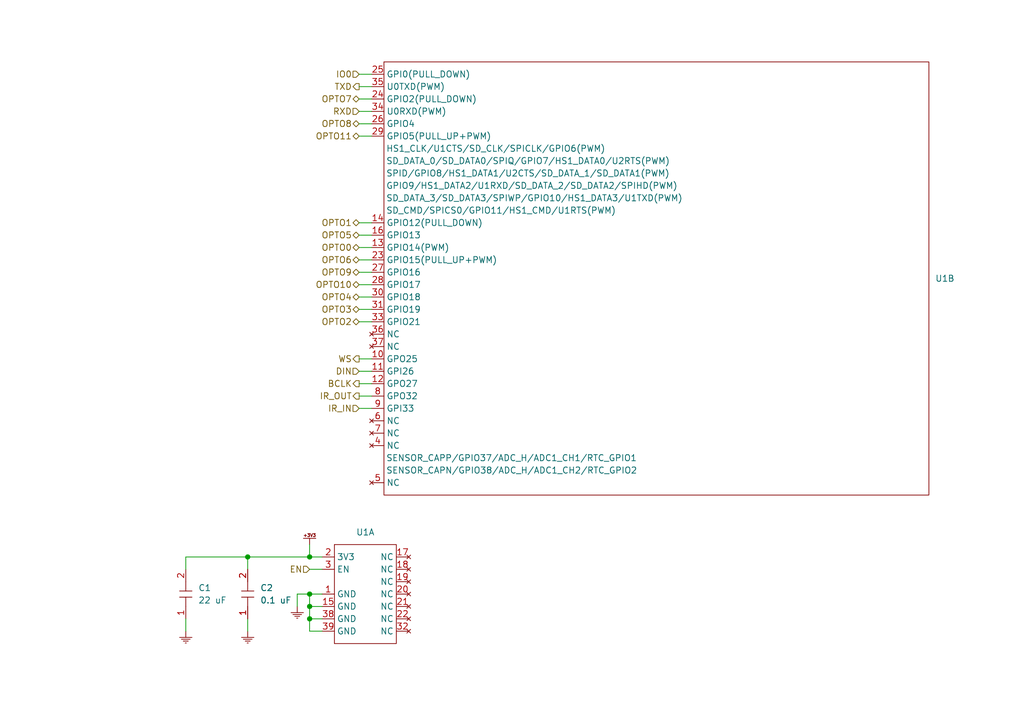
<source format=kicad_sch>
(kicad_sch (version 20230121) (generator eeschema)
  (paper "A5")
  (lib_symbols
    (symbol "zandmd:+3V3" (power) (pin_names (offset 0))
      (symbol "+3V3_0_1"
        (polyline (pts (xy -1.27 1.27) (xy 1.27 1.27)))
        (polyline (pts (xy 0 0) (xy 0 1.27)))
      )
      (symbol "+3V3_1_1"
        (text "+3V3" (at 0 1.905 0) (effects (font (size 0.635 0.635))))
        (pin power_in line (at 0 0 90) (length 0) hide (name "+3V3") (number "1"))
      )
    )
    (symbol "zandmd:CAPACITOR" (pin_names (offset 0))
      (property "Reference" "C" (at 0 0 0))
      (property "Value" "C" (at 0 0 0))
      (symbol "CAPACITOR_0_1"
        (polyline (pts (xy 2.54 0) (xy 4.445 0)))
        (polyline (pts (xy 4.445 1.27) (xy 4.445 -1.27)))
        (polyline (pts (xy 5.715 1.27) (xy 5.715 -1.27)))
        (polyline (pts (xy 7.62 0) (xy 5.715 0)))
      )
      (symbol "CAPACITOR_1_1"
        (pin passive line (at 0 0 0) (length 2.54) (name "") (number "1"))
        (pin passive line (at 10.16 0 180) (length 2.54) (name "") (number "2"))
      )
    )
    (symbol "zandmd:ESP32-WROOM-32E-N4"
      (property "Reference" "U" (at 0 0 0))
      (symbol "ESP32-WROOM-32E-N4_1_1"
        (rectangle (start 2.54 20.32) (end 15.24 0))
        (pin passive line (at 0 10.16 0) (length 2.54) (name "GND") (number "1"))
        (pin passive line (at 0 7.62 0) (length 2.54) (name "GND") (number "15"))
        (pin no_connect line (at 17.78 17.78 180) (length 2.54) (name "NC") (number "17"))
        (pin no_connect line (at 17.78 15.24 180) (length 2.54) (name "NC") (number "18"))
        (pin no_connect line (at 17.78 12.7 180) (length 2.54) (name "NC") (number "19"))
        (pin power_in line (at 0 17.78 0) (length 2.54) (name "3V3") (number "2"))
        (pin no_connect line (at 17.78 10.16 180) (length 2.54) (name "NC") (number "20"))
        (pin no_connect line (at 17.78 7.62 180) (length 2.54) (name "NC") (number "21"))
        (pin no_connect line (at 17.78 5.08 180) (length 2.54) (name "NC") (number "22"))
        (pin input line (at 0 15.24 0) (length 2.54) (name "EN") (number "3"))
        (pin no_connect line (at 17.78 2.54 180) (length 2.54) (name "NC") (number "32"))
        (pin passive line (at 0 5.08 0) (length 2.54) (name "GND") (number "38"))
        (pin passive line (at 0 2.54 0) (length 2.54) (name "GND") (number "39"))
      )
      (symbol "ESP32-WROOM-32E-N4_2_1"
        (rectangle (start 2.54 88.9) (end 114.3 0))
        (text "GPIO9/HS1_DATA2/U1RXD/SD_DATA_2/SD_DATA2/SPIHD(PWM)" (at 2.9718 63.5 0) (effects (font (size 1.27 1.27)) (justify left)))
        (text "HS1_CLK/U1CTS/SD_CLK/SPICLK/GPIO6(PWM)" (at 2.9718 71.12 0) (effects (font (size 1.27 1.27)) (justify left)))
        (text "SD_CMD/SPICS0/GPIO11/HS1_CMD/U1RTS(PWM)" (at 2.9718 58.42 0) (effects (font (size 1.27 1.27)) (justify left)))
        (text "SD_DATA_0/SD_DATA0/SPIQ/GPIO7/HS1_DATA0/U2RTS(PWM)" (at 2.9718 68.58 0) (effects (font (size 1.27 1.27)) (justify left)))
        (text "SD_DATA_3/SD_DATA3/SPIWP/GPIO10/HS1_DATA3/U1TXD(PWM)" (at 2.9718 60.96 0) (effects (font (size 1.27 1.27)) (justify left)))
        (text "SENSOR_CAPN/GPIO38/ADC_H/ADC1_CH2/RTC_GPIO2" (at 2.9718 5.08 0) (effects (font (size 1.27 1.27)) (justify left)))
        (text "SENSOR_CAPP/GPIO37/ADC_H/ADC1_CH1/RTC_GPIO1" (at 2.9718 7.62 0) (effects (font (size 1.27 1.27)) (justify left)))
        (text "SPID/GPIO8/HS1_DATA1/U2CTS/SD_DATA_1/SD_DATA1(PWM)" (at 2.9718 66.04 0) (effects (font (size 1.27 1.27)) (justify left)))
        (pin bidirectional line (at 0 27.94 0) (length 2.54) (name "ADC2_CH8/RTC_GPIO6/GPIO25/EMAC_RXD0/DAC_1") (number "10") (alternate "GPO25" output line) (alternate "NC" no_connect line))
        (pin bidirectional line (at 0 25.4 0) (length 2.54) (name "GPIO26/EMAC_RXD1/DAC_2/ADC2_CH9/RTC_GPIO7") (number "11") (alternate "GPI26" input line) (alternate "NC" no_connect line))
        (pin bidirectional line (at 0 22.86 0) (length 2.54) (name "GPIO27/EMAC_RX_DV/ADC2_CH7/TOUCH7/RTC_GPIO17") (number "12") (alternate "GPO27" output line) (alternate "NC" no_connect line))
        (pin bidirectional line (at 0 50.8 0) (length 2.54) (name "HS2_CLK/SD_CLK/EMAC_TXD2/TOUCH6/RTC_GPIO16/MTMS/HSPICLK/GPIO14/ADC2_CH6(PWM)") (number "13") (alternate "GPIO14(PWM)" bidirectional line) (alternate "NC" no_connect line))
        (pin bidirectional line (at 0 55.88 0) (length 2.54) (name "RTC_GPIO15/GPIO12/SD_DATA2/EMAC_TXD3/ADC2_CH5/TOUCH5/MTDI/HSPIQ/HS2_DATA2(PULL_DOWN)") (number "14") (alternate "GPIO12(PULL_DOWN)" bidirectional line) (alternate "NC" no_connect line))
        (pin bidirectional line (at 0 53.34 0) (length 2.54) (name "HSPID/ADC2_CH4/TOUCH4/EMAC_RX_ER/RTC_GPIO14/MTCK/GPIO13/HS2_DATA3/SD_DATA3") (number "16") (alternate "GPIO13" bidirectional line) (alternate "NC" no_connect line))
        (pin bidirectional line (at 0 48.26 0) (length 2.54) (name "RTC_GPIO13/I2C_SDA/MTDO/EMAC_RXD3/ADC2_CH4/SD_CMD/TOUCH3/HSPICS0/GPIO15/HS2_CMD(PULL_UP+PWM)") (number "23") (alternate "GPIO15(PULL_UP+PWM)" bidirectional line) (alternate "NC" no_connect line))
        (pin bidirectional line (at 0 81.28 0) (length 2.54) (name "RTC_GPIO12/I2C_SCL/GPIO2/HSPIWP/HS2_DATA0/SD_DATA0/ADC2_CH2/TOUCH2(PULL_DOWN)") (number "24") (alternate "GPIO2(PULL_DOWN)" bidirectional line) (alternate "NC" no_connect line))
        (pin bidirectional line (at 0 86.36 0) (length 2.54) (name "GPIO0/CLK_OUT1/EMAC_TX_CLK/ADC2_CH1/TOUCH1/RTC_GPIO11/I2C_SDA(PULL_DOWN)") (number "25") (alternate "GPI0(PULL_DOWN)" input line) (alternate "NC" no_connect line))
        (pin bidirectional line (at 0 76.2 0) (length 2.54) (name "EMAC_TX_ER/ADC2_CH0/TOUCH0/I2C_SCL/GPIO4/HSPIHD/HS2_DATA1/SD_DATA1/RTC_GPIO10") (number "26") (alternate "GPIO4" bidirectional line) (alternate "NC" no_connect line))
        (pin bidirectional line (at 0 45.72 0) (length 2.54) (name "U2RXD/EMAC_CLK_OUT/GPIO16/HS1_DATA4") (number "27") (alternate "GPIO16" bidirectional line) (alternate "NC" no_connect line))
        (pin bidirectional line (at 0 43.18 0) (length 2.54) (name "HS1_DATA5/U2TXD/EMAC_CLK_180/GPIO17") (number "28") (alternate "GPIO17" bidirectional line) (alternate "NC" no_connect line))
        (pin bidirectional line (at 0 73.66 0) (length 2.54) (name "GPIO5/VSPICS0/HS1_DATA6/EMAC_RX_CLK(PULL_UP+PWM)") (number "29") (alternate "GPIO5(PULL_UP+PWM)" bidirectional line) (alternate "NC" no_connect line))
        (pin bidirectional line (at 0 40.64 0) (length 2.54) (name "GPIO18/VSPICLK/HS1_DATA7") (number "30") (alternate "GPIO18" bidirectional line) (alternate "NC" no_connect line))
        (pin bidirectional line (at 0 38.1 0) (length 2.54) (name "GPIO19/VSPIQ/U0CTS/EMAC_TXD0") (number "31") (alternate "GPIO19" bidirectional line) (alternate "NC" no_connect line))
        (pin bidirectional line (at 0 35.56 0) (length 2.54) (name "GPIO21/VSPIHD/EMAC_TX_EN") (number "33") (alternate "GPIO21" bidirectional line) (alternate "NC" no_connect line))
        (pin bidirectional line (at 0 78.74 0) (length 2.54) (name "U0RXD/CLK_OUT2/GPIO3(PWM)") (number "34") (alternate "NC" no_connect line) (alternate "U0RXD(PWM)" input line))
        (pin bidirectional line (at 0 83.82 0) (length 2.54) (name "U0TXD/CLK_OUT3/GPIO1/EMAC_RXD2(PWM)") (number "35") (alternate "NC" no_connect line) (alternate "U0TXD(PWM)" output line))
        (pin bidirectional line (at 0 33.02 0) (length 2.54) (name "U0RTS/EMAC_TXD1/GPIO22/VSPIWP") (number "36") (alternate "NC" no_connect line))
        (pin bidirectional line (at 0 30.48 0) (length 2.54) (name "GPIO23/VSPID/HS1_STROBE") (number "37") (alternate "NC" no_connect line))
        (pin input line (at 0 10.16 0) (length 2.54) (name "RTC_GPIO0/SENSOR_VP/GPIO36/ADC_H/ADC1_CH0") (number "4") (alternate "NC" no_connect line))
        (pin input line (at 0 2.54 0) (length 2.54) (name "SENSOR_VN/GPIO39/ADC_H/ADC1_CH3/RTC_GPIO3") (number "5") (alternate "NC" no_connect line))
        (pin input line (at 0 15.24 0) (length 2.54) (name "VDET_1/GPIO34/ADC1_CH6/RTC_GPIO4") (number "6") (alternate "NC" no_connect line))
        (pin input line (at 0 12.7 0) (length 2.54) (name "DAC_1/ADC2_CH8/RTC_GPIO6/VDET_2/GPIO35") (number "7") (alternate "NC" no_connect line))
        (pin bidirectional line (at 0 20.32 0) (length 2.54) (name "32K_XP/GPIO32/XTAL_32K_P/ADC1_CH4/TOUCH9/RTC_GPIO9") (number "8") (alternate "GPO32" output line) (alternate "NC" no_connect line))
        (pin bidirectional line (at 0 17.78 0) (length 2.54) (name "32K_XN/GPIO33/XTAL_32K_N/ADC1_CH5/TOUCH8/RTC_GPIO8") (number "9") (alternate "GPI33" input line) (alternate "NC" no_connect line))
      )
    )
    (symbol "zandmd:GND" (power) (pin_names (offset 0))
      (symbol "GND_0_1"
        (polyline (pts (xy -1.27 -1.27) (xy 1.27 -1.27)))
        (polyline (pts (xy -0.889 -1.651) (xy 0.889 -1.651)))
        (polyline (pts (xy -0.508 -2.032) (xy 0.508 -2.032)))
        (polyline (pts (xy -0.127 -2.413) (xy 0.127 -2.413)))
        (polyline (pts (xy 0 0) (xy 0 -1.27)))
      )
      (symbol "GND_1_1"
        (pin power_in line (at 0 0 270) (length 0) hide (name "GND") (number "1"))
      )
    )
  )
  (junction (at 63.5 124.46))
  (junction (at 63.5 127))
  (junction (at 63.5 114.3))
  (junction (at 63.5 121.92))
  (junction (at 50.8 114.3))
  (wire (pts (xy 63.5 127) (xy 63.5 129.54)))
  (wire (pts (xy 73.66 48.26) (xy 76.2 48.26)))
  (wire (pts (xy 73.66 60.96) (xy 76.2 60.96)))
  (wire (pts (xy 73.66 73.66) (xy 76.2 73.66)))
  (wire (pts (xy 63.5 121.92) (xy 63.5 124.46)))
  (wire (pts (xy 73.66 81.28) (xy 76.2 81.28)))
  (wire (pts (xy 73.66 53.34) (xy 76.2 53.34)))
  (wire (pts (xy 73.66 78.74) (xy 76.2 78.74)))
  (wire (pts (xy 63.5 129.54) (xy 66.04 129.54)))
  (wire (pts (xy 66.04 121.92) (xy 63.5 121.92)))
  (wire (pts (xy 50.8 114.3) (xy 50.8 116.84)))
  (wire (pts (xy 73.66 25.4) (xy 76.2 25.4)))
  (wire (pts (xy 73.66 45.72) (xy 76.2 45.72)))
  (wire (pts (xy 73.66 22.86) (xy 76.2 22.86)))
  (wire (pts (xy 63.5 127) (xy 66.04 127)))
  (wire (pts (xy 66.04 114.3) (xy 63.5 114.3)))
  (wire (pts (xy 60.96 121.92) (xy 63.5 121.92)))
  (wire (pts (xy 38.1 127) (xy 38.1 129.54)))
  (wire (pts (xy 73.66 27.94) (xy 76.2 27.94)))
  (wire (pts (xy 73.66 76.2) (xy 76.2 76.2)))
  (wire (pts (xy 73.66 20.32) (xy 76.2 20.32)))
  (wire (pts (xy 50.8 127) (xy 50.8 129.54)))
  (wire (pts (xy 73.66 83.82) (xy 76.2 83.82)))
  (wire (pts (xy 63.5 124.46) (xy 66.04 124.46)))
  (wire (pts (xy 73.66 58.42) (xy 76.2 58.42)))
  (wire (pts (xy 73.66 55.88) (xy 76.2 55.88)))
  (wire (pts (xy 50.8 114.3) (xy 63.5 114.3)))
  (wire (pts (xy 63.5 124.46) (xy 63.5 127)))
  (wire (pts (xy 50.8 114.3) (xy 38.1 114.3)))
  (wire (pts (xy 73.66 66.04) (xy 76.2 66.04)))
  (wire (pts (xy 73.66 17.78) (xy 76.2 17.78)))
  (wire (pts (xy 38.1 114.3) (xy 38.1 116.84)))
  (wire (pts (xy 63.5 111.76) (xy 63.5 114.3)))
  (wire (pts (xy 73.66 15.24) (xy 76.2 15.24)))
  (wire (pts (xy 73.66 50.8) (xy 76.2 50.8)))
  (wire (pts (xy 63.5 116.84) (xy 66.04 116.84)))
  (wire (pts (xy 73.66 63.5) (xy 76.2 63.5)))
  (wire (pts (xy 60.96 124.46) (xy 60.96 121.92)))
  (hierarchical_label "OPTO9" (shape bidirectional) (at 73.66 55.88 180))
  (hierarchical_label "OPTO3" (shape bidirectional) (at 73.66 63.5 180))
  (hierarchical_label "IR_OUT" (shape output) (at 73.66 81.28 180))
  (hierarchical_label "OPTO4" (shape bidirectional) (at 73.66 60.96 180))
  (hierarchical_label "TXD" (shape output) (at 73.66 17.78 180))
  (hierarchical_label "OPTO1" (shape bidirectional) (at 73.66 45.72 180))
  (hierarchical_label "IR_IN" (shape input) (at 73.66 83.82 180))
  (hierarchical_label "OPTO2" (shape bidirectional) (at 73.66 66.04 180))
  (hierarchical_label "RXD" (shape input) (at 73.66 22.86 180))
  (hierarchical_label "OPTO0" (shape bidirectional) (at 73.66 50.8 180))
  (hierarchical_label "WS" (shape output) (at 73.66 73.66 180))
  (hierarchical_label "OPTO11" (shape bidirectional) (at 73.66 27.94 180))
  (hierarchical_label "BCLK" (shape output) (at 73.66 78.74 180))
  (hierarchical_label "OPTO8" (shape bidirectional) (at 73.66 25.4 180))
  (hierarchical_label "IO0" (shape input) (at 73.66 15.24 180))
  (hierarchical_label "OPTO10" (shape bidirectional) (at 73.66 58.42 180))
  (hierarchical_label "OPTO6" (shape bidirectional) (at 73.66 53.34 180))
  (hierarchical_label "DIN" (shape input) (at 73.66 76.2 180))
  (hierarchical_label "OPTO7" (shape bidirectional) (at 73.66 20.32 180))
  (hierarchical_label "EN" (shape input) (at 63.5 116.84 180))
  (hierarchical_label "OPTO5" (shape bidirectional) (at 73.66 48.26 180))
  (symbol (lib_id "zandmd:ESP32-WROOM-32E-N4") (at 66.04 132.08 0) (unit 1)
    (property "Reference" "U1" (at 74.93 109.22 0))
    (property "Value" "ESP32-WROOM-32E-N4" (effects hide))
    (property "Footprint" "zandmd:ESP32-WROOM-32E-N4" (effects hide))
    (property "Datasheet" "https://www.espressif.com/sites/default/files/documentation/esp32-wroom-32e_esp32-wroom-32ue_datasheet_en.pdf" (effects hide))
    (property "Design Guide" "https://www.espressif.com/sites/default/files/documentation/esp32_hardware_design_guidelines_en.pdf" (effects hide))
    (property "Technical Reference Manual" "https://www.espressif.com/sites/default/files/documentation/esp32_technical_reference_manual_en.pdf" (effects hide))
    (property "Sim.Enable" "0" (effects hide))
    (pin "10" (alternate "GPO25"))
    (pin "11" (alternate "GPI26"))
    (pin "12" (alternate "GPO27"))
    (pin "13" (alternate "GPIO14(PWM)"))
    (pin "14" (alternate "GPIO12(PULL_DOWN)"))
    (pin "16" (alternate "GPIO13"))
    (pin "23" (alternate "GPIO15(PULL_UP+PWM)"))
    (pin "24" (alternate "GPIO2(PULL_DOWN)"))
    (pin "25" (alternate "GPI0(PULL_DOWN)"))
    (pin "26" (alternate "GPIO4"))
    (pin "27" (alternate "GPIO16"))
    (pin "28" (alternate "GPIO17"))
    (pin "29" (alternate "GPIO5(PULL_UP+PWM)"))
    (pin "30" (alternate "GPIO18"))
    (pin "31" (alternate "GPIO19"))
    (pin "33" (alternate "GPIO21"))
    (pin "34" (alternate "U0RXD(PWM)"))
    (pin "35" (alternate "U0TXD(PWM)"))
    (pin "36" (alternate "NC"))
    (pin "37" (alternate "NC"))
    (pin "4" (alternate "NC"))
    (pin "5" (alternate "NC"))
    (pin "6" (alternate "NC"))
    (pin "7" (alternate "NC"))
    (pin "8" (alternate "GPO32"))
    (pin "9" (alternate "GPI33"))
    (instances (project "tv-source-switcher" (path "" (reference "U1") (unit 1))) (project "neopixel-controller" (path "" (reference "U3") (unit 1))))
  )
  (symbol (lib_id "zandmd:GND") (at 60.96 124.46 0) (unit 1)
    (property "Reference" "#PWR07" (effects hide))
    (property "Value" "GND" (effects hide))
    (instances (project "tv-source-switcher" (path "" (reference "#PWR07") (unit 1))) (project "neopixel-controller" (path "" (reference "#PWR05") (unit 1))))
  )
  (symbol (lib_id "zandmd:CAPACITOR") (at 38.1 127 90) (unit 1)
    (property "Reference" "C1" (at 40.64 120.65 90) (effects (justify right)))
    (property "Value" "22 uF" (at 40.64 123.19 90) (effects (justify right)))
    (property "Footprint" "zandmd:PASSIVE-NPOL-0805" (effects hide))
    (property "Sim.Device" "C" (effects hide))
    (property "Sim.Pins" "1=+ 2=-" (effects hide))
    (instances (project "tv-source-switcher" (path "" (reference "C1") (unit 1))) (project "neopixel-controller" (path "" (reference "C6") (unit 1))) (project "main-board" (path "" (reference "C3") (unit 1))))
  )
  (symbol (lib_id "zandmd:CAPACITOR") (at 50.8 127 90) (unit 1)
    (property "Reference" "C2" (at 53.34 120.65 90) (effects (justify right)))
    (property "Value" "0.1 uF" (at 53.34 123.19 90) (effects (justify right)))
    (property "Footprint" "zandmd:PASSIVE-NPOL-0805" (effects hide))
    (property "Sim.Device" "C" (effects hide))
    (property "Sim.Pins" "1=+ 2=-" (effects hide))
    (instances (project "tv-source-switcher" (path "" (reference "C2") (unit 1))) (project "neopixel-controller" (path "" (reference "C8") (unit 1))) (project "main-board" (path "" (reference "C5") (unit 1))))
  )
  (symbol (lib_id "zandmd:GND") (at 50.8 129.54 0) (unit 1)
    (property "Reference" "#PWR06" (effects hide))
    (property "Value" "GND" (effects hide))
    (instances (project "tv-source-switcher" (path "" (reference "#PWR06") (unit 1))) (project "neopixel-controller" (path "" (reference "#PWR07") (unit 1))) (project "main-board" (path "" (reference "#PWR06") (unit 1))))
  )
  (symbol (lib_id "zandmd:+3V3") (at 63.5 111.76 0) (unit 1)
    (property "Reference" "#PWR08" (effects hide))
    (property "Value" "+3V3" (effects hide))
  )
  (symbol (lib_id "zandmd:ESP32-WROOM-32E-N4") (at 76.2 101.6 0) (unit 2)
    (property "Reference" "U1" (at 191.77 57.15 0) (effects (justify left)))
    (property "Value" "ESP32-WROOM-32E-N4" (effects hide))
    (property "Footprint" "zandmd:ESP32-WROOM-32E-N4" (effects hide))
    (property "Datasheet" "https://www.espressif.com/sites/default/files/documentation/esp32-wroom-32e_esp32-wroom-32ue_datasheet_en.pdf" (effects hide))
    (property "Design Guide" "https://www.espressif.com/sites/default/files/documentation/esp32_hardware_design_guidelines_en.pdf" (effects hide))
    (property "Technical Reference Manual" "https://www.espressif.com/sites/default/files/documentation/esp32_technical_reference_manual_en.pdf" (effects hide))
    (property "Sim.Enable" "0" (effects hide))
    (pin "10" (alternate "GPO25"))
    (pin "11" (alternate "GPI26"))
    (pin "12" (alternate "GPO27"))
    (pin "13" (alternate "GPIO14(PWM)"))
    (pin "14" (alternate "GPIO12(PULL_DOWN)"))
    (pin "16" (alternate "GPIO13"))
    (pin "23" (alternate "GPIO15(PULL_UP+PWM)"))
    (pin "24" (alternate "GPIO2(PULL_DOWN)"))
    (pin "25" (alternate "GPI0(PULL_DOWN)"))
    (pin "26" (alternate "GPIO4"))
    (pin "27" (alternate "GPIO16"))
    (pin "28" (alternate "GPIO17"))
    (pin "29" (alternate "GPIO5(PULL_UP+PWM)"))
    (pin "30" (alternate "GPIO18"))
    (pin "31" (alternate "GPIO19"))
    (pin "33" (alternate "GPIO21"))
    (pin "34" (alternate "U0RXD(PWM)"))
    (pin "35" (alternate "U0TXD(PWM)"))
    (pin "36" (alternate "NC"))
    (pin "37" (alternate "NC"))
    (pin "4" (alternate "NC"))
    (pin "5" (alternate "NC"))
    (pin "6" (alternate "NC"))
    (pin "7" (alternate "NC"))
    (pin "8" (alternate "GPO32"))
    (pin "9" (alternate "GPI33"))
    (instances (project "tv-source-switcher" (path "" (reference "U1") (unit 2))) (project "neopixel-controller" (path "" (reference "U3") (unit 2))))
  )
  (symbol (lib_id "zandmd:GND") (at 38.1 129.54 0) (unit 1)
    (property "Reference" "#PWR05" (effects hide))
    (property "Value" "GND" (effects hide))
    (instances (project "tv-source-switcher" (path "" (reference "#PWR05") (unit 1))) (project "neopixel-controller" (path "" (reference "#PWR06") (unit 1))) (project "main-board" (path "" (reference "#PWR07") (unit 1))))
  )
)
</source>
